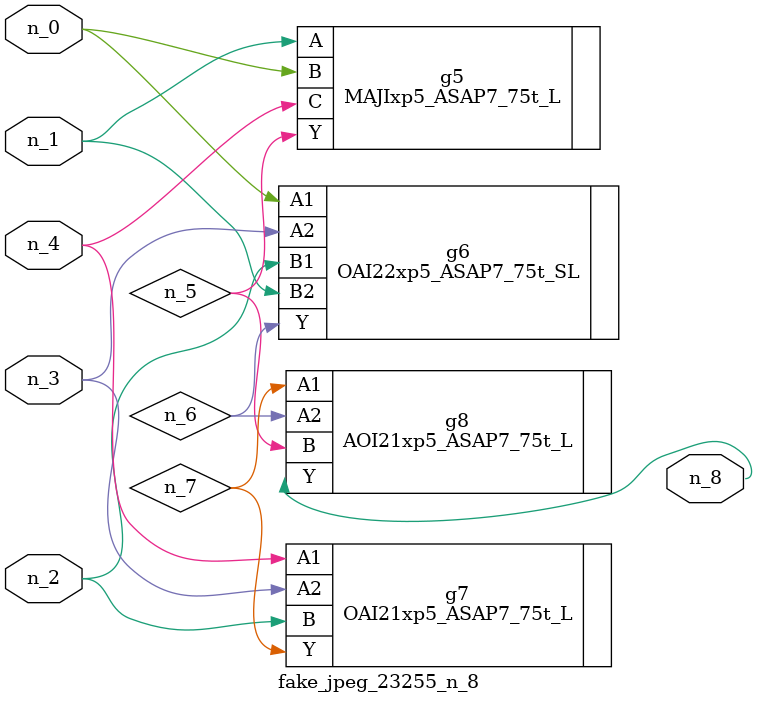
<source format=v>
module fake_jpeg_23255_n_8 (n_3, n_2, n_1, n_0, n_4, n_8);

input n_3;
input n_2;
input n_1;
input n_0;
input n_4;

output n_8;

wire n_6;
wire n_5;
wire n_7;

MAJIxp5_ASAP7_75t_L g5 ( 
.A(n_1),
.B(n_0),
.C(n_4),
.Y(n_5)
);

OAI22xp5_ASAP7_75t_SL g6 ( 
.A1(n_0),
.A2(n_3),
.B1(n_2),
.B2(n_1),
.Y(n_6)
);

OAI21xp5_ASAP7_75t_L g7 ( 
.A1(n_4),
.A2(n_3),
.B(n_2),
.Y(n_7)
);

AOI21xp5_ASAP7_75t_L g8 ( 
.A1(n_7),
.A2(n_6),
.B(n_5),
.Y(n_8)
);


endmodule
</source>
